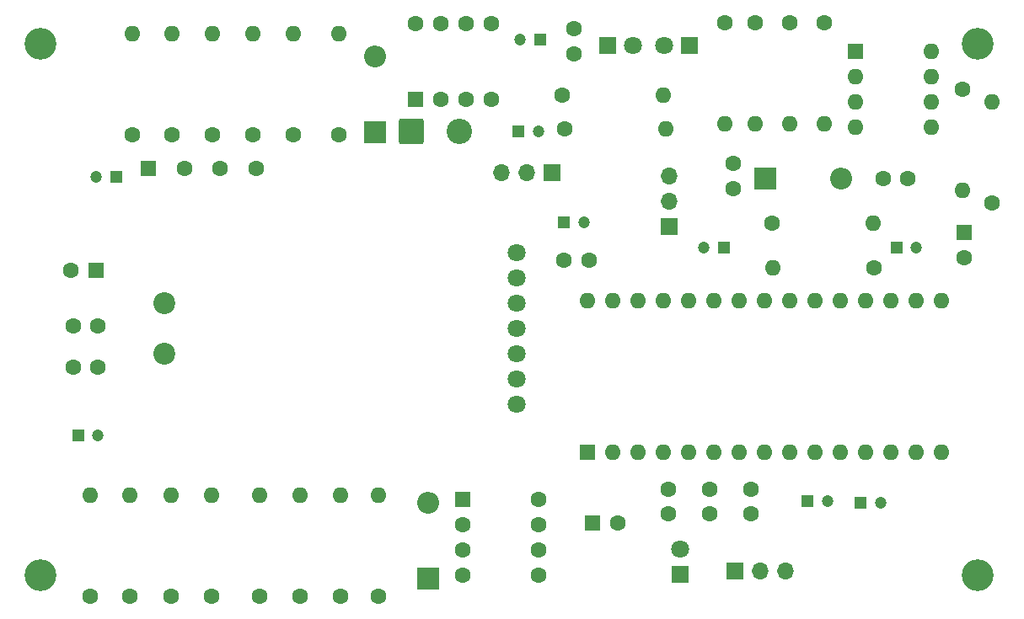
<source format=gbs>
%TF.GenerationSoftware,KiCad,Pcbnew,9.0.0*%
%TF.CreationDate,2025-03-25T19:27:29-07:00*%
%TF.ProjectId,Speedometer,53706565-646f-46d6-9574-65722e6b6963,v1*%
%TF.SameCoordinates,Original*%
%TF.FileFunction,Soldermask,Bot*%
%TF.FilePolarity,Negative*%
%FSLAX46Y46*%
G04 Gerber Fmt 4.6, Leading zero omitted, Abs format (unit mm)*
G04 Created by KiCad (PCBNEW 9.0.0) date 2025-03-25 19:27:29*
%MOMM*%
%LPD*%
G01*
G04 APERTURE LIST*
G04 Aperture macros list*
%AMRoundRect*
0 Rectangle with rounded corners*
0 $1 Rounding radius*
0 $2 $3 $4 $5 $6 $7 $8 $9 X,Y pos of 4 corners*
0 Add a 4 corners polygon primitive as box body*
4,1,4,$2,$3,$4,$5,$6,$7,$8,$9,$2,$3,0*
0 Add four circle primitives for the rounded corners*
1,1,$1+$1,$2,$3*
1,1,$1+$1,$4,$5*
1,1,$1+$1,$6,$7*
1,1,$1+$1,$8,$9*
0 Add four rect primitives between the rounded corners*
20,1,$1+$1,$2,$3,$4,$5,0*
20,1,$1+$1,$4,$5,$6,$7,0*
20,1,$1+$1,$6,$7,$8,$9,0*
20,1,$1+$1,$8,$9,$2,$3,0*%
G04 Aperture macros list end*
%ADD10C,3.200000*%
%ADD11O,1.600000X1.600000*%
%ADD12C,1.600000*%
%ADD13RoundRect,0.250000X-0.550000X-0.550000X0.550000X-0.550000X0.550000X0.550000X-0.550000X0.550000X0*%
%ADD14R,1.700000X1.700000*%
%ADD15O,1.700000X1.700000*%
%ADD16R,2.200000X2.200000*%
%ADD17O,2.200000X2.200000*%
%ADD18R,1.800000X1.800000*%
%ADD19C,1.800000*%
%ADD20R,1.600000X1.600000*%
%ADD21R,1.200000X1.200000*%
%ADD22C,1.200000*%
%ADD23RoundRect,0.250000X0.550000X-0.550000X0.550000X0.550000X-0.550000X0.550000X-0.550000X-0.550000X0*%
%ADD24RoundRect,0.249999X-1.025001X-1.025001X1.025001X-1.025001X1.025001X1.025001X-1.025001X1.025001X0*%
%ADD25C,2.550000*%
%ADD26C,2.200000*%
G04 APERTURE END LIST*
D10*
%TO.C,H3*%
X158600000Y-51200000D03*
%TD*%
%TO.C,H2*%
X158600000Y-104600000D03*
%TD*%
%TO.C,H1*%
X64400000Y-51200000D03*
%TD*%
D11*
%TO.C,R8*%
X69450000Y-96600000D03*
D12*
X69450000Y-106760000D03*
%TD*%
D11*
%TO.C,R18*%
X81600000Y-96600000D03*
D12*
X81600000Y-106760000D03*
%TD*%
D11*
%TO.C,R16*%
X77550000Y-96600000D03*
D12*
X77550000Y-106760000D03*
%TD*%
D11*
%TO.C,R23*%
X94550000Y-96600000D03*
D12*
X94550000Y-106760000D03*
%TD*%
D11*
%TO.C,R19*%
X86450000Y-96600000D03*
D12*
X86450000Y-106760000D03*
%TD*%
D11*
%TO.C,R24*%
X73400000Y-96600000D03*
D12*
X73400000Y-106760000D03*
%TD*%
D11*
%TO.C,R22*%
X90500000Y-96600000D03*
D12*
X90500000Y-106760000D03*
%TD*%
D11*
%TO.C,R10*%
X98400000Y-96600000D03*
D12*
X98400000Y-106760000D03*
%TD*%
D13*
%TO.C,U6*%
X106795000Y-96990000D03*
D12*
X106795000Y-99530000D03*
X106795000Y-102070000D03*
X106795000Y-104610000D03*
X114415000Y-104610000D03*
X114415000Y-102070000D03*
X114415000Y-99530000D03*
X114415000Y-96990000D03*
%TD*%
D14*
%TO.C,U4*%
X134220000Y-104220000D03*
D15*
X136760000Y-104220000D03*
X139300000Y-104220000D03*
%TD*%
D16*
%TO.C,D6*%
X103400000Y-105020000D03*
D17*
X103400000Y-97400000D03*
%TD*%
D18*
%TO.C,D5*%
X128660000Y-104580000D03*
D19*
X128660000Y-102040000D03*
%TD*%
D20*
%TO.C,C21*%
X119900000Y-99400000D03*
D12*
X122400000Y-99400000D03*
%TD*%
%TO.C,C20*%
X135800000Y-98500000D03*
X135800000Y-96000000D03*
%TD*%
%TO.C,C18*%
X131650000Y-98500000D03*
X131650000Y-96000000D03*
%TD*%
%TO.C,C13*%
X127500000Y-98500000D03*
X127500000Y-96000000D03*
%TD*%
D21*
%TO.C,C12*%
X146800000Y-97400000D03*
D22*
X148800000Y-97400000D03*
%TD*%
D21*
%TO.C,C9*%
X141500000Y-97200000D03*
D22*
X143500000Y-97200000D03*
%TD*%
D21*
%TO.C,C7*%
X68200000Y-90600000D03*
D22*
X70200000Y-90600000D03*
%TD*%
D18*
%TO.C,D1*%
X129600000Y-51400000D03*
D19*
X127060000Y-51400000D03*
%TD*%
D12*
%TO.C,C14*%
X70200000Y-79550000D03*
X67700000Y-79550000D03*
%TD*%
%TO.C,C2*%
X117000000Y-73000000D03*
X119500000Y-73000000D03*
%TD*%
%TO.C,C11*%
X70200000Y-83700000D03*
X67700000Y-83700000D03*
%TD*%
D21*
%TO.C,C15*%
X114600000Y-50800000D03*
D22*
X112600000Y-50800000D03*
%TD*%
D23*
%TO.C,U5*%
X102120000Y-56820000D03*
D12*
X104660000Y-56820000D03*
X107200000Y-56820000D03*
X109740000Y-56820000D03*
X109740000Y-49200000D03*
X107200000Y-49200000D03*
X104660000Y-49200000D03*
X102120000Y-49200000D03*
%TD*%
%TO.C,R1*%
X133181046Y-49094564D03*
D11*
X133181046Y-59254564D03*
%TD*%
D12*
%TO.C,R11*%
X94400000Y-60360000D03*
D11*
X94400000Y-50200000D03*
%TD*%
D12*
%TO.C,R3*%
X139681046Y-49094564D03*
D11*
X139681046Y-59254564D03*
%TD*%
D20*
%TO.C,UNIT_2*%
X119340000Y-92240000D03*
D11*
X121880000Y-92240000D03*
X124420000Y-92240000D03*
X126960000Y-92240000D03*
X129500000Y-92240000D03*
X132040000Y-92240000D03*
X134580000Y-92240000D03*
X137120000Y-92240000D03*
X139660000Y-92240000D03*
X142200000Y-92240000D03*
X144740000Y-92240000D03*
X147280000Y-92240000D03*
X149820000Y-92240000D03*
X152360000Y-92240000D03*
X154900000Y-92240000D03*
X154900000Y-77000000D03*
X152360000Y-77000000D03*
X149820000Y-77000000D03*
X147280000Y-77000000D03*
X144740000Y-77000000D03*
X142200000Y-77000000D03*
X139660000Y-77000000D03*
X137120000Y-77000000D03*
X134580000Y-77000000D03*
X132040000Y-77000000D03*
X129500000Y-77000000D03*
X126960000Y-77000000D03*
X124420000Y-77000000D03*
X121880000Y-77000000D03*
X119340000Y-77000000D03*
%TD*%
D21*
%TO.C,C1*%
X117000000Y-69200000D03*
D22*
X119000000Y-69200000D03*
%TD*%
D12*
%TO.C,R13*%
X116800000Y-56400000D03*
D11*
X126960000Y-56400000D03*
%TD*%
D12*
%TO.C,R7*%
X137885988Y-69238035D03*
D11*
X148045988Y-69238035D03*
%TD*%
D12*
%TO.C,R12*%
X77650000Y-60360000D03*
D11*
X77650000Y-50200000D03*
%TD*%
D12*
%TO.C,C3*%
X134045988Y-63238035D03*
X134045988Y-65738035D03*
%TD*%
%TO.C,R2*%
X136181046Y-49094564D03*
D11*
X136181046Y-59254564D03*
%TD*%
D10*
%TO.C,H4*%
X64400000Y-104600000D03*
%TD*%
D12*
%TO.C,R5*%
X160000000Y-67200000D03*
D11*
X160000000Y-57040000D03*
%TD*%
D12*
%TO.C,R20*%
X89800000Y-60360000D03*
D11*
X89800000Y-50200000D03*
%TD*%
D21*
%TO.C,C6*%
X150400000Y-71738035D03*
D22*
X152400000Y-71738035D03*
%TD*%
D24*
%TO.C,J1*%
X101700000Y-60000000D03*
D25*
X106500000Y-60000000D03*
%TD*%
D12*
%TO.C,C17*%
X118000000Y-52200000D03*
X118000000Y-49700000D03*
%TD*%
%TO.C,R6*%
X157000000Y-55800000D03*
D11*
X157000000Y-65960000D03*
%TD*%
D12*
%TO.C,R15*%
X117040000Y-59800000D03*
D11*
X127200000Y-59800000D03*
%TD*%
D13*
%TO.C,J2*%
X75250000Y-63750000D03*
D12*
X78850000Y-63750000D03*
X82450000Y-63750000D03*
X86050000Y-63750000D03*
%TD*%
%TO.C,C4*%
X149065988Y-64738035D03*
X151565988Y-64738035D03*
%TD*%
D16*
%TO.C,D4*%
X98000000Y-60110000D03*
D17*
X98000000Y-52490000D03*
%TD*%
D20*
%TO.C,U2*%
X146245988Y-51938035D03*
D11*
X146245988Y-54478035D03*
X146245988Y-57018035D03*
X146245988Y-59558035D03*
X153865988Y-59558035D03*
X153865988Y-57018035D03*
X153865988Y-54478035D03*
X153865988Y-51938035D03*
%TD*%
D20*
%TO.C,C5*%
X157200000Y-70200000D03*
D12*
X157200000Y-72700000D03*
%TD*%
D16*
%TO.C,D2*%
X137235988Y-64738035D03*
D17*
X144855988Y-64738035D03*
%TD*%
D12*
%TO.C,R9*%
X148125988Y-73738035D03*
D11*
X137965988Y-73738035D03*
%TD*%
D21*
%TO.C,C16*%
X112427401Y-60000000D03*
D22*
X114427401Y-60000000D03*
%TD*%
D14*
%TO.C,U1*%
X127600000Y-69600000D03*
D15*
X127600000Y-67060000D03*
X127600000Y-64520000D03*
%TD*%
D12*
%TO.C,R4*%
X143181046Y-49094564D03*
D11*
X143181046Y-59254564D03*
%TD*%
D14*
%TO.C,U3*%
X115800000Y-64200000D03*
D15*
X113260000Y-64200000D03*
X110720000Y-64200000D03*
%TD*%
D21*
%TO.C,C8*%
X133045988Y-71738035D03*
D22*
X131045988Y-71738035D03*
%TD*%
D21*
%TO.C,C10*%
X72000000Y-64600000D03*
D22*
X70000000Y-64600000D03*
%TD*%
D20*
%TO.C,C19*%
X70000000Y-74000000D03*
D12*
X67500000Y-74000000D03*
%TD*%
D19*
%TO.C,UNIT_1*%
X112260000Y-87470000D03*
X112260000Y-84930000D03*
X112260000Y-82390000D03*
X112260000Y-79850000D03*
X112260000Y-77310000D03*
X112260000Y-74770000D03*
X112260000Y-72230000D03*
D26*
X76820000Y-82370000D03*
X76840000Y-77290000D03*
%TD*%
D12*
%TO.C,R17*%
X85750000Y-60360000D03*
D11*
X85750000Y-50200000D03*
%TD*%
D12*
%TO.C,R14*%
X81700000Y-60360000D03*
D11*
X81700000Y-50200000D03*
%TD*%
D12*
%TO.C,R21*%
X73600000Y-60360000D03*
D11*
X73600000Y-50200000D03*
%TD*%
D18*
%TO.C,D3*%
X121400000Y-51400000D03*
D19*
X123940000Y-51400000D03*
%TD*%
M02*

</source>
